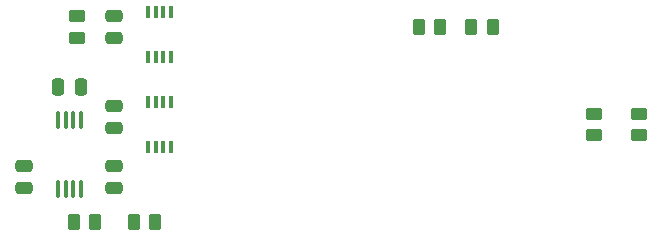
<source format=gbr>
%TF.GenerationSoftware,KiCad,Pcbnew,(6.0.0)*%
%TF.CreationDate,2022-04-20T16:30:08+02:00*%
%TF.ProjectId,Vectrex Pad miniNeoGeo,56656374-7265-4782-9050-6164206d696e,1.1*%
%TF.SameCoordinates,Original*%
%TF.FileFunction,Paste,Top*%
%TF.FilePolarity,Positive*%
%FSLAX46Y46*%
G04 Gerber Fmt 4.6, Leading zero omitted, Abs format (unit mm)*
G04 Created by KiCad (PCBNEW (6.0.0)) date 2022-04-20 16:30:08*
%MOMM*%
%LPD*%
G01*
G04 APERTURE LIST*
G04 Aperture macros list*
%AMRoundRect*
0 Rectangle with rounded corners*
0 $1 Rounding radius*
0 $2 $3 $4 $5 $6 $7 $8 $9 X,Y pos of 4 corners*
0 Add a 4 corners polygon primitive as box body*
4,1,4,$2,$3,$4,$5,$6,$7,$8,$9,$2,$3,0*
0 Add four circle primitives for the rounded corners*
1,1,$1+$1,$2,$3*
1,1,$1+$1,$4,$5*
1,1,$1+$1,$6,$7*
1,1,$1+$1,$8,$9*
0 Add four rect primitives between the rounded corners*
20,1,$1+$1,$2,$3,$4,$5,0*
20,1,$1+$1,$4,$5,$6,$7,0*
20,1,$1+$1,$6,$7,$8,$9,0*
20,1,$1+$1,$8,$9,$2,$3,0*%
G04 Aperture macros list end*
%ADD10RoundRect,0.250000X-0.450000X0.262500X-0.450000X-0.262500X0.450000X-0.262500X0.450000X0.262500X0*%
%ADD11RoundRect,0.250000X-0.475000X0.250000X-0.475000X-0.250000X0.475000X-0.250000X0.475000X0.250000X0*%
%ADD12RoundRect,0.100000X-0.100000X-0.450000X0.100000X-0.450000X0.100000X0.450000X-0.100000X0.450000X0*%
%ADD13RoundRect,0.250000X-0.250000X-0.475000X0.250000X-0.475000X0.250000X0.475000X-0.250000X0.475000X0*%
%ADD14RoundRect,0.250000X0.262500X0.450000X-0.262500X0.450000X-0.262500X-0.450000X0.262500X-0.450000X0*%
%ADD15RoundRect,0.250000X0.450000X-0.262500X0.450000X0.262500X-0.450000X0.262500X-0.450000X-0.262500X0*%
%ADD16RoundRect,0.250000X0.475000X-0.250000X0.475000X0.250000X-0.475000X0.250000X-0.475000X-0.250000X0*%
%ADD17RoundRect,0.250000X-0.262500X-0.450000X0.262500X-0.450000X0.262500X0.450000X-0.262500X0.450000X0*%
%ADD18RoundRect,0.100000X-0.100000X0.637500X-0.100000X-0.637500X0.100000X-0.637500X0.100000X0.637500X0*%
G04 APERTURE END LIST*
D10*
%TO.C,R6*%
X130175000Y-76557500D03*
X130175000Y-78382500D03*
%TD*%
D11*
%TO.C,C3*%
X133350000Y-89220000D03*
X133350000Y-91120000D03*
%TD*%
D12*
%TO.C,U2*%
X136185000Y-80005000D03*
X136835000Y-80005000D03*
X137485000Y-80005000D03*
X138135000Y-80005000D03*
X138135000Y-76205000D03*
X137485000Y-76205000D03*
X136835000Y-76205000D03*
X136185000Y-76205000D03*
%TD*%
D13*
%TO.C,C1*%
X128590000Y-82550000D03*
X130490000Y-82550000D03*
%TD*%
D14*
%TO.C,R2*%
X160932500Y-77470000D03*
X159107500Y-77470000D03*
%TD*%
D15*
%TO.C,R4*%
X177800000Y-86637500D03*
X177800000Y-84812500D03*
%TD*%
D16*
%TO.C,C2*%
X125730000Y-91120000D03*
X125730000Y-89220000D03*
%TD*%
D15*
%TO.C,R3*%
X173990000Y-86637500D03*
X173990000Y-84812500D03*
%TD*%
D17*
%TO.C,R7*%
X134977500Y-93980000D03*
X136802500Y-93980000D03*
%TD*%
D14*
%TO.C,R5*%
X131722500Y-93980000D03*
X129897500Y-93980000D03*
%TD*%
D17*
%TO.C,R1*%
X163552500Y-77470000D03*
X165377500Y-77470000D03*
%TD*%
D12*
%TO.C,U3*%
X136185000Y-87625000D03*
X136835000Y-87625000D03*
X137485000Y-87625000D03*
X138135000Y-87625000D03*
X138135000Y-83825000D03*
X137485000Y-83825000D03*
X136835000Y-83825000D03*
X136185000Y-83825000D03*
%TD*%
D18*
%TO.C,U1*%
X130515000Y-85365000D03*
X129865000Y-85365000D03*
X129215000Y-85365000D03*
X128565000Y-85365000D03*
X128565000Y-91165000D03*
X129215000Y-91165000D03*
X129865000Y-91165000D03*
X130515000Y-91165000D03*
%TD*%
D11*
%TO.C,C4*%
X133350000Y-84140000D03*
X133350000Y-86040000D03*
%TD*%
%TO.C,C5*%
X133350000Y-76520000D03*
X133350000Y-78420000D03*
%TD*%
M02*

</source>
